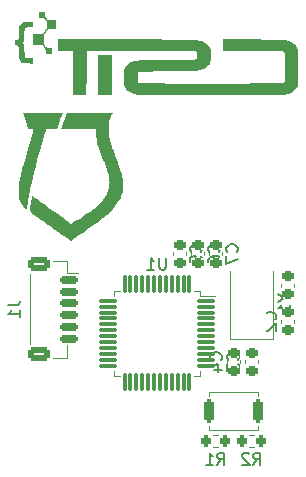
<source format=gbo>
G04 #@! TF.GenerationSoftware,KiCad,Pcbnew,7.0.2*
G04 #@! TF.CreationDate,2024-10-17T18:39:25+08:00*
G04 #@! TF.ProjectId,blinker,626c696e-6b65-4722-9e6b-696361645f70,rev?*
G04 #@! TF.SameCoordinates,Original*
G04 #@! TF.FileFunction,Legend,Bot*
G04 #@! TF.FilePolarity,Positive*
%FSLAX46Y46*%
G04 Gerber Fmt 4.6, Leading zero omitted, Abs format (unit mm)*
G04 Created by KiCad (PCBNEW 7.0.2) date 2024-10-17 18:39:25*
%MOMM*%
%LPD*%
G01*
G04 APERTURE LIST*
G04 Aperture macros list*
%AMRoundRect*
0 Rectangle with rounded corners*
0 $1 Rounding radius*
0 $2 $3 $4 $5 $6 $7 $8 $9 X,Y pos of 4 corners*
0 Add a 4 corners polygon primitive as box body*
4,1,4,$2,$3,$4,$5,$6,$7,$8,$9,$2,$3,0*
0 Add four circle primitives for the rounded corners*
1,1,$1+$1,$2,$3*
1,1,$1+$1,$4,$5*
1,1,$1+$1,$6,$7*
1,1,$1+$1,$8,$9*
0 Add four rect primitives between the rounded corners*
20,1,$1+$1,$2,$3,$4,$5,0*
20,1,$1+$1,$4,$5,$6,$7,0*
20,1,$1+$1,$6,$7,$8,$9,0*
20,1,$1+$1,$8,$9,$2,$3,0*%
G04 Aperture macros list end*
%ADD10C,0.150000*%
%ADD11C,0.120000*%
%ADD12R,2.400000X2.000000*%
%ADD13RoundRect,0.075000X0.075000X0.662500X-0.075000X0.662500X-0.075000X-0.662500X0.075000X-0.662500X0*%
%ADD14RoundRect,0.075000X0.662500X0.075000X-0.662500X0.075000X-0.662500X-0.075000X0.662500X-0.075000X0*%
%ADD15C,2.484000*%
%ADD16RoundRect,0.200000X-0.200000X-0.800000X0.200000X-0.800000X0.200000X0.800000X-0.200000X0.800000X0*%
%ADD17RoundRect,0.200000X-0.200000X-0.275000X0.200000X-0.275000X0.200000X0.275000X-0.200000X0.275000X0*%
%ADD18RoundRect,0.250000X-0.650000X0.350000X-0.650000X-0.350000X0.650000X-0.350000X0.650000X0.350000X0*%
%ADD19RoundRect,0.150000X-0.625000X0.150000X-0.625000X-0.150000X0.625000X-0.150000X0.625000X0.150000X0*%
%ADD20RoundRect,0.225000X0.250000X-0.225000X0.250000X0.225000X-0.250000X0.225000X-0.250000X-0.225000X0*%
%ADD21RoundRect,0.225000X-0.250000X0.225000X-0.250000X-0.225000X0.250000X-0.225000X0.250000X0.225000X0*%
G04 APERTURE END LIST*
D10*
X64762428Y-43211809D02*
X65238619Y-43211809D01*
X64238619Y-42878476D02*
X64762428Y-43211809D01*
X64762428Y-43211809D02*
X64238619Y-43545142D01*
X65238619Y-44402285D02*
X65238619Y-43830857D01*
X65238619Y-44116571D02*
X64238619Y-44116571D01*
X64238619Y-44116571D02*
X64381476Y-44021333D01*
X64381476Y-44021333D02*
X64476714Y-43926095D01*
X64476714Y-43926095D02*
X64524333Y-43830857D01*
X54736904Y-39840619D02*
X54736904Y-40650142D01*
X54736904Y-40650142D02*
X54689285Y-40745380D01*
X54689285Y-40745380D02*
X54641666Y-40793000D01*
X54641666Y-40793000D02*
X54546428Y-40840619D01*
X54546428Y-40840619D02*
X54355952Y-40840619D01*
X54355952Y-40840619D02*
X54260714Y-40793000D01*
X54260714Y-40793000D02*
X54213095Y-40745380D01*
X54213095Y-40745380D02*
X54165476Y-40650142D01*
X54165476Y-40650142D02*
X54165476Y-39840619D01*
X53165476Y-40840619D02*
X53736904Y-40840619D01*
X53451190Y-40840619D02*
X53451190Y-39840619D01*
X53451190Y-39840619D02*
X53546428Y-39983476D01*
X53546428Y-39983476D02*
X53641666Y-40078714D01*
X53641666Y-40078714D02*
X53736904Y-40126333D01*
X62142666Y-57362619D02*
X62475999Y-56886428D01*
X62714094Y-57362619D02*
X62714094Y-56362619D01*
X62714094Y-56362619D02*
X62333142Y-56362619D01*
X62333142Y-56362619D02*
X62237904Y-56410238D01*
X62237904Y-56410238D02*
X62190285Y-56457857D01*
X62190285Y-56457857D02*
X62142666Y-56553095D01*
X62142666Y-56553095D02*
X62142666Y-56695952D01*
X62142666Y-56695952D02*
X62190285Y-56791190D01*
X62190285Y-56791190D02*
X62237904Y-56838809D01*
X62237904Y-56838809D02*
X62333142Y-56886428D01*
X62333142Y-56886428D02*
X62714094Y-56886428D01*
X61761713Y-56457857D02*
X61714094Y-56410238D01*
X61714094Y-56410238D02*
X61618856Y-56362619D01*
X61618856Y-56362619D02*
X61380761Y-56362619D01*
X61380761Y-56362619D02*
X61285523Y-56410238D01*
X61285523Y-56410238D02*
X61237904Y-56457857D01*
X61237904Y-56457857D02*
X61190285Y-56553095D01*
X61190285Y-56553095D02*
X61190285Y-56648333D01*
X61190285Y-56648333D02*
X61237904Y-56791190D01*
X61237904Y-56791190D02*
X61809332Y-57362619D01*
X61809332Y-57362619D02*
X61190285Y-57362619D01*
X59094666Y-57358619D02*
X59427999Y-56882428D01*
X59666094Y-57358619D02*
X59666094Y-56358619D01*
X59666094Y-56358619D02*
X59285142Y-56358619D01*
X59285142Y-56358619D02*
X59189904Y-56406238D01*
X59189904Y-56406238D02*
X59142285Y-56453857D01*
X59142285Y-56453857D02*
X59094666Y-56549095D01*
X59094666Y-56549095D02*
X59094666Y-56691952D01*
X59094666Y-56691952D02*
X59142285Y-56787190D01*
X59142285Y-56787190D02*
X59189904Y-56834809D01*
X59189904Y-56834809D02*
X59285142Y-56882428D01*
X59285142Y-56882428D02*
X59666094Y-56882428D01*
X58142285Y-57358619D02*
X58713713Y-57358619D01*
X58427999Y-57358619D02*
X58427999Y-56358619D01*
X58427999Y-56358619D02*
X58523237Y-56501476D01*
X58523237Y-56501476D02*
X58618475Y-56596714D01*
X58618475Y-56596714D02*
X58713713Y-56644333D01*
X41374619Y-43862666D02*
X42088904Y-43862666D01*
X42088904Y-43862666D02*
X42231761Y-43815047D01*
X42231761Y-43815047D02*
X42327000Y-43719809D01*
X42327000Y-43719809D02*
X42374619Y-43576952D01*
X42374619Y-43576952D02*
X42374619Y-43481714D01*
X42374619Y-44862666D02*
X42374619Y-44291238D01*
X42374619Y-44576952D02*
X41374619Y-44576952D01*
X41374619Y-44576952D02*
X41517476Y-44481714D01*
X41517476Y-44481714D02*
X41612714Y-44386476D01*
X41612714Y-44386476D02*
X41660333Y-44291238D01*
X60725380Y-39330333D02*
X60773000Y-39282714D01*
X60773000Y-39282714D02*
X60820619Y-39139857D01*
X60820619Y-39139857D02*
X60820619Y-39044619D01*
X60820619Y-39044619D02*
X60773000Y-38901762D01*
X60773000Y-38901762D02*
X60677761Y-38806524D01*
X60677761Y-38806524D02*
X60582523Y-38758905D01*
X60582523Y-38758905D02*
X60392047Y-38711286D01*
X60392047Y-38711286D02*
X60249190Y-38711286D01*
X60249190Y-38711286D02*
X60058714Y-38758905D01*
X60058714Y-38758905D02*
X59963476Y-38806524D01*
X59963476Y-38806524D02*
X59868238Y-38901762D01*
X59868238Y-38901762D02*
X59820619Y-39044619D01*
X59820619Y-39044619D02*
X59820619Y-39139857D01*
X59820619Y-39139857D02*
X59868238Y-39282714D01*
X59868238Y-39282714D02*
X59915857Y-39330333D01*
X59820619Y-39663667D02*
X59820619Y-40330333D01*
X59820619Y-40330333D02*
X60820619Y-39901762D01*
X59201380Y-39330333D02*
X59249000Y-39282714D01*
X59249000Y-39282714D02*
X59296619Y-39139857D01*
X59296619Y-39139857D02*
X59296619Y-39044619D01*
X59296619Y-39044619D02*
X59249000Y-38901762D01*
X59249000Y-38901762D02*
X59153761Y-38806524D01*
X59153761Y-38806524D02*
X59058523Y-38758905D01*
X59058523Y-38758905D02*
X58868047Y-38711286D01*
X58868047Y-38711286D02*
X58725190Y-38711286D01*
X58725190Y-38711286D02*
X58534714Y-38758905D01*
X58534714Y-38758905D02*
X58439476Y-38806524D01*
X58439476Y-38806524D02*
X58344238Y-38901762D01*
X58344238Y-38901762D02*
X58296619Y-39044619D01*
X58296619Y-39044619D02*
X58296619Y-39139857D01*
X58296619Y-39139857D02*
X58344238Y-39282714D01*
X58344238Y-39282714D02*
X58391857Y-39330333D01*
X58296619Y-40187476D02*
X58296619Y-39997000D01*
X58296619Y-39997000D02*
X58344238Y-39901762D01*
X58344238Y-39901762D02*
X58391857Y-39854143D01*
X58391857Y-39854143D02*
X58534714Y-39758905D01*
X58534714Y-39758905D02*
X58725190Y-39711286D01*
X58725190Y-39711286D02*
X59106142Y-39711286D01*
X59106142Y-39711286D02*
X59201380Y-39758905D01*
X59201380Y-39758905D02*
X59249000Y-39806524D01*
X59249000Y-39806524D02*
X59296619Y-39901762D01*
X59296619Y-39901762D02*
X59296619Y-40092238D01*
X59296619Y-40092238D02*
X59249000Y-40187476D01*
X59249000Y-40187476D02*
X59201380Y-40235095D01*
X59201380Y-40235095D02*
X59106142Y-40282714D01*
X59106142Y-40282714D02*
X58868047Y-40282714D01*
X58868047Y-40282714D02*
X58772809Y-40235095D01*
X58772809Y-40235095D02*
X58725190Y-40187476D01*
X58725190Y-40187476D02*
X58677571Y-40092238D01*
X58677571Y-40092238D02*
X58677571Y-39901762D01*
X58677571Y-39901762D02*
X58725190Y-39806524D01*
X58725190Y-39806524D02*
X58772809Y-39758905D01*
X58772809Y-39758905D02*
X58868047Y-39711286D01*
X57677380Y-39330333D02*
X57725000Y-39282714D01*
X57725000Y-39282714D02*
X57772619Y-39139857D01*
X57772619Y-39139857D02*
X57772619Y-39044619D01*
X57772619Y-39044619D02*
X57725000Y-38901762D01*
X57725000Y-38901762D02*
X57629761Y-38806524D01*
X57629761Y-38806524D02*
X57534523Y-38758905D01*
X57534523Y-38758905D02*
X57344047Y-38711286D01*
X57344047Y-38711286D02*
X57201190Y-38711286D01*
X57201190Y-38711286D02*
X57010714Y-38758905D01*
X57010714Y-38758905D02*
X56915476Y-38806524D01*
X56915476Y-38806524D02*
X56820238Y-38901762D01*
X56820238Y-38901762D02*
X56772619Y-39044619D01*
X56772619Y-39044619D02*
X56772619Y-39139857D01*
X56772619Y-39139857D02*
X56820238Y-39282714D01*
X56820238Y-39282714D02*
X56867857Y-39330333D01*
X56772619Y-40235095D02*
X56772619Y-39758905D01*
X56772619Y-39758905D02*
X57248809Y-39711286D01*
X57248809Y-39711286D02*
X57201190Y-39758905D01*
X57201190Y-39758905D02*
X57153571Y-39854143D01*
X57153571Y-39854143D02*
X57153571Y-40092238D01*
X57153571Y-40092238D02*
X57201190Y-40187476D01*
X57201190Y-40187476D02*
X57248809Y-40235095D01*
X57248809Y-40235095D02*
X57344047Y-40282714D01*
X57344047Y-40282714D02*
X57582142Y-40282714D01*
X57582142Y-40282714D02*
X57677380Y-40235095D01*
X57677380Y-40235095D02*
X57725000Y-40187476D01*
X57725000Y-40187476D02*
X57772619Y-40092238D01*
X57772619Y-40092238D02*
X57772619Y-39854143D01*
X57772619Y-39854143D02*
X57725000Y-39758905D01*
X57725000Y-39758905D02*
X57677380Y-39711286D01*
X59389380Y-48474333D02*
X59437000Y-48426714D01*
X59437000Y-48426714D02*
X59484619Y-48283857D01*
X59484619Y-48283857D02*
X59484619Y-48188619D01*
X59484619Y-48188619D02*
X59437000Y-48045762D01*
X59437000Y-48045762D02*
X59341761Y-47950524D01*
X59341761Y-47950524D02*
X59246523Y-47902905D01*
X59246523Y-47902905D02*
X59056047Y-47855286D01*
X59056047Y-47855286D02*
X58913190Y-47855286D01*
X58913190Y-47855286D02*
X58722714Y-47902905D01*
X58722714Y-47902905D02*
X58627476Y-47950524D01*
X58627476Y-47950524D02*
X58532238Y-48045762D01*
X58532238Y-48045762D02*
X58484619Y-48188619D01*
X58484619Y-48188619D02*
X58484619Y-48283857D01*
X58484619Y-48283857D02*
X58532238Y-48426714D01*
X58532238Y-48426714D02*
X58579857Y-48474333D01*
X58817952Y-49331476D02*
X59484619Y-49331476D01*
X58437000Y-49093381D02*
X59151285Y-48855286D01*
X59151285Y-48855286D02*
X59151285Y-49474333D01*
X60819380Y-48474333D02*
X60867000Y-48426714D01*
X60867000Y-48426714D02*
X60914619Y-48283857D01*
X60914619Y-48283857D02*
X60914619Y-48188619D01*
X60914619Y-48188619D02*
X60867000Y-48045762D01*
X60867000Y-48045762D02*
X60771761Y-47950524D01*
X60771761Y-47950524D02*
X60676523Y-47902905D01*
X60676523Y-47902905D02*
X60486047Y-47855286D01*
X60486047Y-47855286D02*
X60343190Y-47855286D01*
X60343190Y-47855286D02*
X60152714Y-47902905D01*
X60152714Y-47902905D02*
X60057476Y-47950524D01*
X60057476Y-47950524D02*
X59962238Y-48045762D01*
X59962238Y-48045762D02*
X59914619Y-48188619D01*
X59914619Y-48188619D02*
X59914619Y-48283857D01*
X59914619Y-48283857D02*
X59962238Y-48426714D01*
X59962238Y-48426714D02*
X60009857Y-48474333D01*
X59914619Y-48807667D02*
X59914619Y-49426714D01*
X59914619Y-49426714D02*
X60295571Y-49093381D01*
X60295571Y-49093381D02*
X60295571Y-49236238D01*
X60295571Y-49236238D02*
X60343190Y-49331476D01*
X60343190Y-49331476D02*
X60390809Y-49379095D01*
X60390809Y-49379095D02*
X60486047Y-49426714D01*
X60486047Y-49426714D02*
X60724142Y-49426714D01*
X60724142Y-49426714D02*
X60819380Y-49379095D01*
X60819380Y-49379095D02*
X60867000Y-49331476D01*
X60867000Y-49331476D02*
X60914619Y-49236238D01*
X60914619Y-49236238D02*
X60914619Y-48950524D01*
X60914619Y-48950524D02*
X60867000Y-48855286D01*
X60867000Y-48855286D02*
X60819380Y-48807667D01*
X63961380Y-45045333D02*
X64009000Y-44997714D01*
X64009000Y-44997714D02*
X64056619Y-44854857D01*
X64056619Y-44854857D02*
X64056619Y-44759619D01*
X64056619Y-44759619D02*
X64009000Y-44616762D01*
X64009000Y-44616762D02*
X63913761Y-44521524D01*
X63913761Y-44521524D02*
X63818523Y-44473905D01*
X63818523Y-44473905D02*
X63628047Y-44426286D01*
X63628047Y-44426286D02*
X63485190Y-44426286D01*
X63485190Y-44426286D02*
X63294714Y-44473905D01*
X63294714Y-44473905D02*
X63199476Y-44521524D01*
X63199476Y-44521524D02*
X63104238Y-44616762D01*
X63104238Y-44616762D02*
X63056619Y-44759619D01*
X63056619Y-44759619D02*
X63056619Y-44854857D01*
X63056619Y-44854857D02*
X63104238Y-44997714D01*
X63104238Y-44997714D02*
X63151857Y-45045333D01*
X63151857Y-45426286D02*
X63104238Y-45473905D01*
X63104238Y-45473905D02*
X63056619Y-45569143D01*
X63056619Y-45569143D02*
X63056619Y-45807238D01*
X63056619Y-45807238D02*
X63104238Y-45902476D01*
X63104238Y-45902476D02*
X63151857Y-45950095D01*
X63151857Y-45950095D02*
X63247095Y-45997714D01*
X63247095Y-45997714D02*
X63342333Y-45997714D01*
X63342333Y-45997714D02*
X63485190Y-45950095D01*
X63485190Y-45950095D02*
X64056619Y-45378667D01*
X64056619Y-45378667D02*
X64056619Y-45997714D01*
G36*
X49194470Y-27559987D02*
G01*
X49417467Y-27560469D01*
X49619325Y-27561221D01*
X49797348Y-27562229D01*
X49948842Y-27563479D01*
X50071114Y-27564958D01*
X50161469Y-27566652D01*
X50217212Y-27568546D01*
X50235650Y-27570626D01*
X50185655Y-27670374D01*
X50077952Y-27908014D01*
X49996146Y-28130393D01*
X49938113Y-28346456D01*
X49901733Y-28565143D01*
X49884881Y-28795397D01*
X49885437Y-29046160D01*
X49886615Y-29079159D01*
X49896116Y-29244524D01*
X49912216Y-29408333D01*
X49935920Y-29574382D01*
X49968235Y-29746465D01*
X50010168Y-29928378D01*
X50062725Y-30123914D01*
X50126913Y-30336869D01*
X50203739Y-30571038D01*
X50294208Y-30830215D01*
X50399329Y-31118194D01*
X50520107Y-31438771D01*
X50545330Y-31505072D01*
X50661165Y-31814564D01*
X50761384Y-32092249D01*
X50846951Y-32341903D01*
X50918834Y-32567300D01*
X50977999Y-32772217D01*
X51025411Y-32960429D01*
X51062036Y-33135712D01*
X51088841Y-33301840D01*
X51106792Y-33462589D01*
X51116855Y-33621735D01*
X51119997Y-33783052D01*
X51119238Y-33857812D01*
X51107264Y-34058943D01*
X51078569Y-34241504D01*
X51030355Y-34419916D01*
X50959824Y-34608597D01*
X50896136Y-34747303D01*
X50769431Y-34974054D01*
X50611735Y-35210971D01*
X50426251Y-35453952D01*
X50216180Y-35698893D01*
X49984723Y-35941690D01*
X49735084Y-36178240D01*
X49585801Y-36310741D01*
X49424346Y-36449413D01*
X49258288Y-36586916D01*
X49084342Y-36725695D01*
X48899225Y-36868193D01*
X48699651Y-37016854D01*
X48482338Y-37174121D01*
X48244001Y-37342439D01*
X47981355Y-37524251D01*
X47691116Y-37722001D01*
X47370000Y-37938134D01*
X47358601Y-37945772D01*
X47229944Y-38032537D01*
X47107645Y-38115962D01*
X46997102Y-38192296D01*
X46903714Y-38257786D01*
X46832881Y-38308680D01*
X46790000Y-38341226D01*
X46740247Y-38380461D01*
X46697384Y-38411426D01*
X46675490Y-38423557D01*
X46668929Y-38419800D01*
X46633532Y-38395768D01*
X46569922Y-38351141D01*
X46480715Y-38287816D01*
X46368525Y-38207686D01*
X46235967Y-38112649D01*
X46085655Y-38004598D01*
X45920204Y-37885428D01*
X45742229Y-37757035D01*
X45554343Y-37621314D01*
X45359163Y-37480160D01*
X45159301Y-37335469D01*
X44957373Y-37189134D01*
X44755993Y-37043052D01*
X44557776Y-36899118D01*
X44365336Y-36759226D01*
X44181288Y-36625272D01*
X44008247Y-36499151D01*
X43848827Y-36382758D01*
X43705642Y-36277989D01*
X43581307Y-36186737D01*
X43478437Y-36110899D01*
X43399646Y-36052370D01*
X43347548Y-36013044D01*
X43324759Y-35994818D01*
X43306507Y-35973330D01*
X43271125Y-35895168D01*
X43251410Y-35782502D01*
X43247262Y-35634513D01*
X43258583Y-35450383D01*
X43276334Y-35288511D01*
X43298118Y-35133842D01*
X43322788Y-34991755D01*
X43349272Y-34866799D01*
X43376499Y-34763522D01*
X43403398Y-34686473D01*
X43428898Y-34640202D01*
X43451928Y-34629255D01*
X43454922Y-34630758D01*
X43485655Y-34650544D01*
X43543262Y-34690121D01*
X43623412Y-34746429D01*
X43721777Y-34816410D01*
X43834027Y-34897007D01*
X43955831Y-34985161D01*
X43972724Y-34997433D01*
X44079057Y-35074605D01*
X44212680Y-35171498D01*
X44369280Y-35284988D01*
X44544548Y-35411953D01*
X44734171Y-35549272D01*
X44933839Y-35693822D01*
X45139241Y-35842481D01*
X45346065Y-35992128D01*
X45550000Y-36139640D01*
X46670000Y-36949631D01*
X46866200Y-36845379D01*
X46898356Y-36828209D01*
X47163979Y-36680826D01*
X47443852Y-36516640D01*
X47723888Y-36344098D01*
X47990000Y-36171644D01*
X48285799Y-35966890D01*
X48621604Y-35711798D01*
X48918444Y-35458117D01*
X49176845Y-35205103D01*
X49397330Y-34952014D01*
X49580425Y-34698107D01*
X49726652Y-34442639D01*
X49836538Y-34184868D01*
X49910605Y-33924051D01*
X49949379Y-33659445D01*
X49953383Y-33390308D01*
X49951740Y-33359116D01*
X49941353Y-33224457D01*
X49924945Y-33091455D01*
X49901301Y-32955897D01*
X49869203Y-32813573D01*
X49827436Y-32660269D01*
X49774781Y-32491774D01*
X49710024Y-32303876D01*
X49631947Y-32092364D01*
X49539333Y-31853025D01*
X49430967Y-31581647D01*
X49330966Y-31331295D01*
X49221831Y-31049155D01*
X49128375Y-30795058D01*
X49049438Y-30564673D01*
X48983855Y-30353667D01*
X48930466Y-30157710D01*
X48888106Y-29972470D01*
X48855614Y-29793616D01*
X48831827Y-29616815D01*
X48815582Y-29437737D01*
X48805718Y-29252049D01*
X48794027Y-28936801D01*
X47317014Y-28936801D01*
X47081362Y-28936737D01*
X46854080Y-28936548D01*
X46641881Y-28936244D01*
X46447882Y-28935836D01*
X46275195Y-28935335D01*
X46126935Y-28934751D01*
X46006218Y-28934095D01*
X45916156Y-28933376D01*
X45859866Y-28932607D01*
X45840461Y-28931797D01*
X45846916Y-28913148D01*
X45865527Y-28861011D01*
X45894770Y-28779631D01*
X45933120Y-28673237D01*
X45979054Y-28546057D01*
X46031047Y-28402321D01*
X46087575Y-28246257D01*
X46334227Y-27565721D01*
X48288813Y-27560619D01*
X48425578Y-27560298D01*
X48695831Y-27559888D01*
X48953026Y-27559788D01*
X49194470Y-27559987D01*
G37*
G36*
X44469876Y-27555775D02*
G01*
X44717119Y-27556150D01*
X44950810Y-27556846D01*
X45168011Y-27557834D01*
X45365783Y-27559089D01*
X45541186Y-27560584D01*
X45691283Y-27562292D01*
X45813135Y-27564187D01*
X45903803Y-27566242D01*
X45960348Y-27568430D01*
X45979831Y-27570725D01*
X45974426Y-27589087D01*
X45957044Y-27641364D01*
X45929146Y-27723024D01*
X45892242Y-27829705D01*
X45847840Y-27957047D01*
X45797450Y-28100688D01*
X45742582Y-28256265D01*
X45505502Y-28926793D01*
X45042751Y-28932166D01*
X44964020Y-28933204D01*
X44840617Y-28935375D01*
X44734947Y-28937913D01*
X44652576Y-28940653D01*
X44599072Y-28943426D01*
X44580000Y-28946066D01*
X44576729Y-28959018D01*
X44563627Y-29006452D01*
X44541695Y-29084369D01*
X44512207Y-29188287D01*
X44476434Y-29313724D01*
X44435650Y-29456196D01*
X44391127Y-29611221D01*
X44314054Y-29880345D01*
X44147866Y-30469136D01*
X43990304Y-31039338D01*
X43841983Y-31588567D01*
X43703517Y-32114438D01*
X43575522Y-32614567D01*
X43458610Y-33086567D01*
X43353398Y-33528055D01*
X43260498Y-33936645D01*
X43180527Y-34309953D01*
X43152427Y-34449475D01*
X43111652Y-34665820D01*
X43075675Y-34874034D01*
X43045087Y-35069704D01*
X43020478Y-35248416D01*
X43002441Y-35405759D01*
X42991565Y-35537319D01*
X42988442Y-35638684D01*
X42993663Y-35705442D01*
X43006183Y-35768094D01*
X42941830Y-35730107D01*
X42926386Y-35720853D01*
X42746737Y-35589403D01*
X42594272Y-35429828D01*
X42468483Y-35241376D01*
X42368863Y-35023298D01*
X42294901Y-34774842D01*
X42283529Y-34716989D01*
X42266606Y-34583191D01*
X42255395Y-34423738D01*
X42249956Y-34247738D01*
X42250347Y-34064300D01*
X42256626Y-33882532D01*
X42268853Y-33711543D01*
X42287086Y-33560442D01*
X42289152Y-33547113D01*
X42300662Y-33476390D01*
X42313622Y-33403272D01*
X42328566Y-33325756D01*
X42346026Y-33241836D01*
X42366533Y-33149508D01*
X42390620Y-33046768D01*
X42418819Y-32931609D01*
X42451661Y-32802028D01*
X42489680Y-32656020D01*
X42533408Y-32491580D01*
X42583376Y-32306703D01*
X42640117Y-32099385D01*
X42704162Y-31867620D01*
X42776045Y-31609405D01*
X42856296Y-31322733D01*
X42945449Y-31005602D01*
X43044036Y-30656005D01*
X43152588Y-30271938D01*
X43271637Y-29851396D01*
X43313427Y-29703460D01*
X43361674Y-29531600D01*
X43405497Y-29374333D01*
X43443803Y-29235641D01*
X43475500Y-29119508D01*
X43499494Y-29029918D01*
X43514692Y-28970854D01*
X43520000Y-28946299D01*
X43516728Y-28937630D01*
X43496730Y-28927580D01*
X43453620Y-28920545D01*
X43381771Y-28915744D01*
X43275556Y-28912397D01*
X43031112Y-28906777D01*
X42846450Y-28246257D01*
X42812011Y-28122868D01*
X42771215Y-27976121D01*
X42734999Y-27845208D01*
X42704612Y-27734671D01*
X42681301Y-27649051D01*
X42666312Y-27592889D01*
X42660894Y-27570725D01*
X42667582Y-27569369D01*
X42709029Y-27567133D01*
X42785817Y-27565020D01*
X42895011Y-27563056D01*
X43033673Y-27561267D01*
X43198865Y-27559681D01*
X43387652Y-27558324D01*
X43597096Y-27557222D01*
X43824260Y-27556401D01*
X44066207Y-27555890D01*
X44320000Y-27555714D01*
X44469876Y-27555775D01*
G37*
G36*
X62165615Y-21356055D02*
G01*
X62514140Y-21358368D01*
X63022682Y-21362439D01*
X63462664Y-21366969D01*
X63837752Y-21372041D01*
X64151615Y-21377737D01*
X64407921Y-21384141D01*
X64610338Y-21391335D01*
X64762535Y-21399402D01*
X64868178Y-21408425D01*
X64930938Y-21418487D01*
X65126996Y-21479004D01*
X65362422Y-21582670D01*
X65564338Y-21706275D01*
X65712272Y-21838804D01*
X65715307Y-21842355D01*
X65773718Y-21913916D01*
X65821956Y-21984206D01*
X65860925Y-22060800D01*
X65891529Y-22151272D01*
X65914672Y-22263199D01*
X65931259Y-22404154D01*
X65942194Y-22581713D01*
X65948380Y-22803450D01*
X65950722Y-23076940D01*
X65950124Y-23409759D01*
X65947490Y-23809482D01*
X65946417Y-23947475D01*
X65943524Y-24287191D01*
X65940456Y-24562863D01*
X65936765Y-24782188D01*
X65932005Y-24952864D01*
X65925729Y-25082589D01*
X65917491Y-25179059D01*
X65906843Y-25249975D01*
X65893339Y-25303032D01*
X65876532Y-25345929D01*
X65855976Y-25386364D01*
X65780682Y-25505919D01*
X65595475Y-25700696D01*
X65353372Y-25853518D01*
X65051966Y-25965729D01*
X64688856Y-26038672D01*
X64648810Y-26041048D01*
X64534225Y-26043954D01*
X64352414Y-26046681D01*
X64107460Y-26049216D01*
X63803447Y-26051543D01*
X63444459Y-26053650D01*
X63034577Y-26055521D01*
X62577885Y-26057144D01*
X62078466Y-26058503D01*
X61540404Y-26059585D01*
X60967781Y-26060375D01*
X60364680Y-26060860D01*
X59735185Y-26061025D01*
X59083378Y-26060856D01*
X58413343Y-26060340D01*
X58041314Y-26059951D01*
X57283704Y-26059093D01*
X56595497Y-26058189D01*
X55973209Y-26057200D01*
X55413355Y-26056086D01*
X54912453Y-26054808D01*
X54467017Y-26053327D01*
X54073563Y-26051603D01*
X53728609Y-26049597D01*
X53428668Y-26047270D01*
X53170258Y-26044583D01*
X52949893Y-26041497D01*
X52764091Y-26037972D01*
X52609367Y-26033969D01*
X52482236Y-26029448D01*
X52379215Y-26024372D01*
X52296820Y-26018699D01*
X52231566Y-26012391D01*
X52179970Y-26005410D01*
X52138547Y-25997714D01*
X52103812Y-25989266D01*
X52014451Y-25963247D01*
X51724065Y-25846493D01*
X51497536Y-25696264D01*
X51331468Y-25509844D01*
X51222464Y-25284519D01*
X51220499Y-25278523D01*
X51197461Y-25189175D01*
X51182313Y-25080534D01*
X51174238Y-24938838D01*
X51172421Y-24750323D01*
X51176046Y-24501228D01*
X51176070Y-24500071D01*
X51182026Y-24268075D01*
X51189596Y-24096780D01*
X51200488Y-23972463D01*
X51216408Y-23881399D01*
X51239061Y-23809862D01*
X51270154Y-23744128D01*
X51345217Y-23624278D01*
X51521556Y-23440318D01*
X51755420Y-23293981D01*
X52052149Y-23181426D01*
X52064744Y-23177848D01*
X52117121Y-23165502D01*
X52181712Y-23154772D01*
X52264180Y-23145482D01*
X52370184Y-23137457D01*
X52505386Y-23130519D01*
X52675447Y-23124493D01*
X52886028Y-23119202D01*
X53142790Y-23114470D01*
X53451394Y-23110122D01*
X53817500Y-23105980D01*
X54246771Y-23101868D01*
X54744868Y-23097612D01*
X54958857Y-23095807D01*
X55447658Y-23091227D01*
X55868164Y-23086505D01*
X56224805Y-23081521D01*
X56522014Y-23076158D01*
X56764221Y-23070298D01*
X56955860Y-23063823D01*
X57101360Y-23056614D01*
X57205155Y-23048554D01*
X57271675Y-23039525D01*
X57305351Y-23029408D01*
X57313508Y-23024618D01*
X57353833Y-22990949D01*
X57376667Y-22938879D01*
X57386832Y-22849734D01*
X57389149Y-22704839D01*
X57389109Y-22677884D01*
X57385888Y-22542887D01*
X57374069Y-22460736D01*
X57348831Y-22412755D01*
X57305351Y-22380269D01*
X57284663Y-22373920D01*
X57235690Y-22367216D01*
X57156694Y-22361228D01*
X57044255Y-22355919D01*
X56894953Y-22351255D01*
X56705368Y-22347202D01*
X56472079Y-22343723D01*
X56191665Y-22340785D01*
X55860708Y-22338352D01*
X55475785Y-22336389D01*
X55033478Y-22334861D01*
X54530365Y-22333734D01*
X53963027Y-22332972D01*
X53328044Y-22332541D01*
X52621994Y-22332405D01*
X48022434Y-22332405D01*
X48012778Y-24203886D01*
X48003123Y-26075366D01*
X47445161Y-26075366D01*
X46887199Y-26075366D01*
X46877543Y-24203886D01*
X46867888Y-22332405D01*
X46244061Y-22322193D01*
X45620234Y-22311982D01*
X45620234Y-21827405D01*
X45620234Y-21342829D01*
X51476759Y-21354137D01*
X57333284Y-21365446D01*
X57628032Y-21448598D01*
X57794724Y-21502018D01*
X58065318Y-21627551D01*
X58272093Y-21785354D01*
X58418566Y-21978471D01*
X58508259Y-22209946D01*
X58517626Y-22257838D01*
X58532944Y-22406330D01*
X58540258Y-22596721D01*
X58538446Y-22806838D01*
X58532536Y-22958122D01*
X58521184Y-23111526D01*
X58502678Y-23225195D01*
X58473450Y-23319076D01*
X58429929Y-23413117D01*
X58340615Y-23552030D01*
X58157904Y-23726513D01*
X57914126Y-23863413D01*
X57607762Y-23963512D01*
X57237291Y-24027595D01*
X57172390Y-24032618D01*
X57026493Y-24038982D01*
X56819807Y-24044875D01*
X56560153Y-24050181D01*
X56255352Y-24054788D01*
X55913227Y-24058581D01*
X55541598Y-24061447D01*
X55148287Y-24063271D01*
X54741114Y-24063940D01*
X54305191Y-24064413D01*
X53829168Y-24066166D01*
X53425252Y-24069234D01*
X53092131Y-24073640D01*
X52828492Y-24079407D01*
X52633021Y-24086558D01*
X52504406Y-24095118D01*
X52441334Y-24105109D01*
X52324046Y-24145996D01*
X52324046Y-24569342D01*
X52324206Y-24667666D01*
X52326463Y-24820177D01*
X52333418Y-24919453D01*
X52347608Y-24979763D01*
X52371571Y-25015374D01*
X52407844Y-25040552D01*
X52447428Y-25046660D01*
X52558184Y-25053117D01*
X52734354Y-25059096D01*
X52971124Y-25064597D01*
X53263680Y-25069622D01*
X53607208Y-25074173D01*
X53996893Y-25078250D01*
X54427921Y-25081855D01*
X54895478Y-25084989D01*
X55394750Y-25087653D01*
X55920922Y-25089849D01*
X56469181Y-25091578D01*
X57034712Y-25092841D01*
X57612700Y-25093639D01*
X58198332Y-25093974D01*
X58786793Y-25093847D01*
X59373270Y-25093259D01*
X59952947Y-25092212D01*
X60521010Y-25090706D01*
X61072646Y-25088743D01*
X61603040Y-25086324D01*
X62107378Y-25083451D01*
X62580846Y-25080124D01*
X63018629Y-25076345D01*
X63415913Y-25072116D01*
X63767884Y-25067437D01*
X64069728Y-25062310D01*
X64316630Y-25056736D01*
X64503776Y-25050716D01*
X64626353Y-25044251D01*
X64679545Y-25037344D01*
X64800586Y-24986271D01*
X64800586Y-23725372D01*
X64800586Y-22464474D01*
X64699842Y-22398439D01*
X64697162Y-22396715D01*
X64672462Y-22383881D01*
X64638383Y-22372810D01*
X64589500Y-22363341D01*
X64520388Y-22355314D01*
X64425620Y-22348571D01*
X64299771Y-22342950D01*
X64137416Y-22338292D01*
X63933128Y-22334437D01*
X63681483Y-22331226D01*
X63377053Y-22328497D01*
X63014414Y-22326093D01*
X62588139Y-22323851D01*
X62092804Y-22321614D01*
X59586510Y-22310823D01*
X59586510Y-21825442D01*
X59586510Y-21340062D01*
X62165615Y-21356055D01*
G37*
G36*
X50163929Y-24380792D02*
G01*
X50163929Y-26075366D01*
X49586656Y-26075366D01*
X49009384Y-26075366D01*
X49009384Y-24380792D01*
X49009384Y-22686217D01*
X49586656Y-22686217D01*
X50163929Y-22686217D01*
X50163929Y-24380792D01*
G37*
G36*
X43497360Y-20093781D02*
G01*
X43497360Y-20339883D01*
X43207700Y-20339883D01*
X43178678Y-20339891D01*
X43024071Y-20342657D01*
X42912920Y-20357577D01*
X42837710Y-20395039D01*
X42790927Y-20465427D01*
X42765056Y-20579126D01*
X42752583Y-20746524D01*
X42745994Y-20978005D01*
X42745406Y-21003321D01*
X42739906Y-21204786D01*
X42733074Y-21345800D01*
X42722833Y-21439052D01*
X42707106Y-21497233D01*
X42683817Y-21533031D01*
X42650888Y-21559137D01*
X42567906Y-21614161D01*
X42650888Y-21681318D01*
X42654258Y-21684069D01*
X42686121Y-21715511D01*
X42708669Y-21757124D01*
X42723954Y-21821770D01*
X42734026Y-21922310D01*
X42740936Y-22071606D01*
X42746735Y-22282522D01*
X42748785Y-22353965D01*
X42757440Y-22541388D01*
X42769368Y-22698549D01*
X42783270Y-22810708D01*
X42797849Y-22863123D01*
X42846120Y-22886496D01*
X42970538Y-22903861D01*
X43166730Y-22909677D01*
X43497360Y-22909677D01*
X43497360Y-23155779D01*
X43497360Y-23401881D01*
X43078372Y-23387005D01*
X42892825Y-23377800D01*
X42689207Y-23354178D01*
X42536951Y-23309714D01*
X42428307Y-23235493D01*
X42355526Y-23122601D01*
X42310858Y-22962124D01*
X42286554Y-22745147D01*
X42274863Y-22462756D01*
X42272568Y-22385991D01*
X42263654Y-22198055D01*
X42251563Y-22040679D01*
X42237590Y-21928505D01*
X42223029Y-21876173D01*
X42220856Y-21873740D01*
X42156161Y-21842497D01*
X42058929Y-21829619D01*
X41933137Y-21829619D01*
X41933137Y-21624780D01*
X41933137Y-21419941D01*
X42056041Y-21419941D01*
X42102638Y-21418845D01*
X42168650Y-21407054D01*
X42214381Y-21373637D01*
X42243521Y-21308027D01*
X42259764Y-21199656D01*
X42266802Y-21037955D01*
X42268328Y-20812358D01*
X42268625Y-20691323D01*
X42271506Y-20511355D01*
X42278929Y-20382835D01*
X42292681Y-20290705D01*
X42314551Y-20219907D01*
X42346325Y-20155382D01*
X42372889Y-20110715D01*
X42449537Y-20013314D01*
X42544431Y-19945321D01*
X42671550Y-19901130D01*
X42844870Y-19875131D01*
X43078372Y-19861719D01*
X43497360Y-19847679D01*
X43497360Y-20093781D01*
G37*
G36*
X44502932Y-19215243D02*
G01*
X44503147Y-19247628D01*
X44513612Y-19378354D01*
X44548067Y-19479420D01*
X44617884Y-19587677D01*
X44732836Y-19743988D01*
X45083427Y-19743988D01*
X45434017Y-19743988D01*
X45434017Y-20116422D01*
X45434017Y-20488856D01*
X45084679Y-20488856D01*
X44735342Y-20488856D01*
X44581893Y-20692097D01*
X44428445Y-20895338D01*
X44429622Y-21371789D01*
X44430513Y-21536100D01*
X44434086Y-21684854D01*
X44442578Y-21785865D01*
X44458326Y-21853955D01*
X44483669Y-21903946D01*
X44520944Y-21950660D01*
X44559179Y-21990631D01*
X44620518Y-22030941D01*
X44704256Y-22048949D01*
X44836336Y-22053079D01*
X45061583Y-22053079D01*
X45061583Y-22332405D01*
X45061583Y-22611730D01*
X44800879Y-22611730D01*
X44540175Y-22611730D01*
X44540175Y-22385047D01*
X44539459Y-22324380D01*
X44527298Y-22200963D01*
X44491756Y-22102649D01*
X44422132Y-21993992D01*
X44304088Y-21829619D01*
X43900724Y-21829619D01*
X43497360Y-21829619D01*
X43497360Y-21364076D01*
X43497360Y-20898534D01*
X43897727Y-20896834D01*
X44298093Y-20895134D01*
X44475000Y-20660114D01*
X44651906Y-20425094D01*
X44651906Y-20115989D01*
X44651774Y-20068804D01*
X44647471Y-19924727D01*
X44633472Y-19827110D01*
X44604905Y-19753721D01*
X44556902Y-19682328D01*
X44548121Y-19670876D01*
X44493204Y-19607856D01*
X44436687Y-19574015D01*
X44354285Y-19560328D01*
X44221711Y-19557771D01*
X43981524Y-19557771D01*
X43981524Y-19278446D01*
X43981524Y-18999120D01*
X44242228Y-18999120D01*
X44502932Y-18999120D01*
X44502932Y-19215243D01*
G37*
D11*
X60176000Y-46738000D02*
X60176000Y-40988000D01*
X63776000Y-40988000D02*
X63776000Y-46738000D01*
X63776000Y-46738000D02*
X60176000Y-46738000D01*
X50365000Y-42618000D02*
X50365000Y-43068000D01*
X57585000Y-43068000D02*
X58875000Y-43068000D01*
X57135000Y-49838000D02*
X57585000Y-49838000D01*
X57135000Y-42618000D02*
X57585000Y-42618000D01*
X50365000Y-49838000D02*
X50365000Y-49388000D01*
X50815000Y-49838000D02*
X50365000Y-49838000D01*
X57585000Y-42618000D02*
X57585000Y-43068000D01*
X57585000Y-49838000D02*
X57585000Y-49388000D01*
X50815000Y-42618000D02*
X50365000Y-42618000D01*
X58382000Y-54386000D02*
X62522000Y-54386000D01*
X62522000Y-54386000D02*
X62522000Y-54086000D01*
X62522000Y-51546000D02*
X62522000Y-51246000D01*
X58382000Y-51246000D02*
X58382000Y-51546000D01*
X62522000Y-51246000D02*
X58382000Y-51246000D01*
X58382000Y-54086000D02*
X58382000Y-54386000D01*
X61738742Y-54849500D02*
X62213258Y-54849500D01*
X61738742Y-55894500D02*
X62213258Y-55894500D01*
X58690742Y-54833500D02*
X59165258Y-54833500D01*
X58690742Y-55878500D02*
X59165258Y-55878500D01*
X46322000Y-41136000D02*
X47312000Y-41136000D01*
X46322000Y-48306000D02*
X46322000Y-47256000D01*
X46322000Y-40086000D02*
X46322000Y-41136000D01*
X45172000Y-40086000D02*
X46322000Y-40086000D01*
X45172000Y-48306000D02*
X46322000Y-48306000D01*
X43202000Y-41256000D02*
X43202000Y-47136000D01*
X59438000Y-39637580D02*
X59438000Y-39356420D01*
X58418000Y-39637580D02*
X58418000Y-39356420D01*
X57914000Y-39637580D02*
X57914000Y-39356420D01*
X56894000Y-39637580D02*
X56894000Y-39356420D01*
X55370000Y-39637580D02*
X55370000Y-39356420D01*
X56390000Y-39637580D02*
X56390000Y-39356420D01*
X59942000Y-48500420D02*
X59942000Y-48781580D01*
X60962000Y-48500420D02*
X60962000Y-48781580D01*
X62486000Y-48500420D02*
X62486000Y-48781580D01*
X61466000Y-48500420D02*
X61466000Y-48781580D01*
X64514000Y-45071420D02*
X64514000Y-45352580D01*
X65534000Y-45071420D02*
X65534000Y-45352580D01*
X64514000Y-42304580D02*
X64514000Y-42023420D01*
X65534000Y-42304580D02*
X65534000Y-42023420D01*
%LPC*%
D12*
X61976000Y-45538000D03*
X61976000Y-41838000D03*
D13*
X56725000Y-42065500D03*
X56225000Y-42065500D03*
X55725000Y-42065500D03*
X55225000Y-42065500D03*
X54725000Y-42065500D03*
X54225000Y-42065500D03*
X53725000Y-42065500D03*
X53225000Y-42065500D03*
X52725000Y-42065500D03*
X52225000Y-42065500D03*
X51725000Y-42065500D03*
X51225000Y-42065500D03*
D14*
X49812500Y-43478000D03*
X49812500Y-43978000D03*
X49812500Y-44478000D03*
X49812500Y-44978000D03*
X49812500Y-45478000D03*
X49812500Y-45978000D03*
X49812500Y-46478000D03*
X49812500Y-46978000D03*
X49812500Y-47478000D03*
X49812500Y-47978000D03*
X49812500Y-48478000D03*
X49812500Y-48978000D03*
D13*
X51225000Y-50390500D03*
X51725000Y-50390500D03*
X52225000Y-50390500D03*
X52725000Y-50390500D03*
X53225000Y-50390500D03*
X53725000Y-50390500D03*
X54225000Y-50390500D03*
X54725000Y-50390500D03*
X55225000Y-50390500D03*
X55725000Y-50390500D03*
X56225000Y-50390500D03*
X56725000Y-50390500D03*
D14*
X58137500Y-48978000D03*
X58137500Y-48478000D03*
X58137500Y-47978000D03*
X58137500Y-47478000D03*
X58137500Y-46978000D03*
X58137500Y-46478000D03*
X58137500Y-45978000D03*
X58137500Y-45478000D03*
X58137500Y-44978000D03*
X58137500Y-44478000D03*
X58137500Y-43978000D03*
X58137500Y-43478000D03*
D15*
X54000000Y-34052800D03*
X54000000Y-54542800D03*
D16*
X58352000Y-52816000D03*
X62552000Y-52816000D03*
D17*
X61151000Y-55372000D03*
X62801000Y-55372000D03*
X58103000Y-55356000D03*
X59753000Y-55356000D03*
D18*
X44012000Y-40396000D03*
X44012000Y-47996000D03*
D19*
X46537000Y-46696000D03*
X46537000Y-45696000D03*
X46537000Y-44696000D03*
X46537000Y-43696000D03*
X46537000Y-42696000D03*
X46537000Y-41696000D03*
D20*
X58928000Y-38722000D03*
X58928000Y-40272000D03*
X57404000Y-38722000D03*
X57404000Y-40272000D03*
X55880000Y-40272000D03*
X55880000Y-38722000D03*
D21*
X60452000Y-49416000D03*
X60452000Y-47866000D03*
X61976000Y-47866000D03*
X61976000Y-49416000D03*
X65024000Y-45987000D03*
X65024000Y-44437000D03*
D20*
X65024000Y-42939000D03*
X65024000Y-41389000D03*
%LPD*%
M02*

</source>
